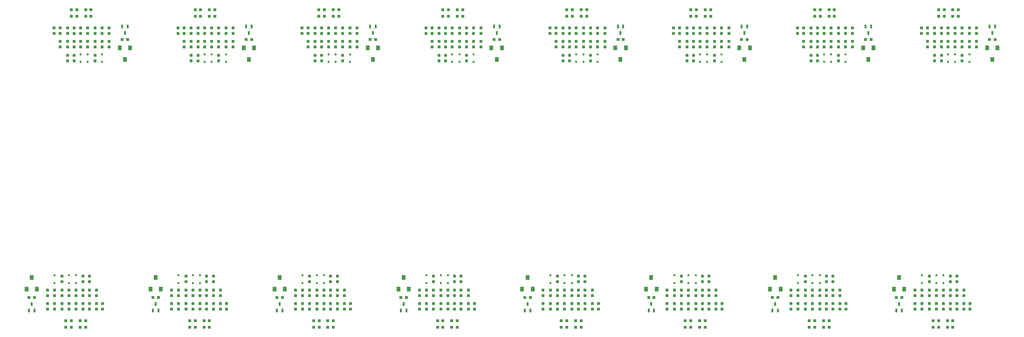
<source format=gbp>
G04 EAGLE Gerber RS-274X export*
G75*
%MOMM*%
%FSLAX34Y34*%
%LPD*%
%INSolderpaste Bottom*%
%IPPOS*%
%AMOC8*
5,1,8,0,0,1.08239X$1,22.5*%
G01*
%ADD10R,0.600000X0.600000*%
%ADD11R,0.400000X0.400000*%
%ADD12R,0.800000X0.900000*%
%ADD13R,0.460000X0.650000*%


D10*
X93011Y128000D03*
X93011Y118000D03*
X80011Y128000D03*
X80011Y118000D03*
X80011Y93000D03*
X80011Y103000D03*
X130011Y143000D03*
X130011Y153000D03*
X93011Y93000D03*
X93011Y103000D03*
X113011Y72000D03*
X123011Y72000D03*
D11*
X106011Y141000D03*
X106011Y155000D03*
X67011Y141000D03*
X67011Y155000D03*
X93011Y155000D03*
X93011Y141000D03*
D10*
X87011Y60000D03*
X97011Y60000D03*
X106011Y93000D03*
X106011Y103000D03*
X130011Y103000D03*
X130011Y93000D03*
X118011Y103000D03*
X118011Y93000D03*
X113011Y60000D03*
X123011Y60000D03*
X97011Y72000D03*
X87011Y72000D03*
X67011Y103000D03*
X67011Y93000D03*
X67011Y118000D03*
X67011Y128000D03*
X54011Y118000D03*
X54011Y128000D03*
X54011Y103000D03*
X54011Y93000D03*
X106011Y118000D03*
X106011Y128000D03*
X80011Y143000D03*
X80011Y153000D03*
X118011Y118000D03*
X118011Y128000D03*
X118011Y143000D03*
X118011Y153000D03*
X130011Y128000D03*
X130011Y118000D03*
X143011Y103000D03*
X143011Y93000D03*
X143011Y128000D03*
X143011Y118000D03*
X154011Y103000D03*
X154011Y93000D03*
D12*
X34911Y129700D03*
X15911Y129700D03*
X25411Y150700D03*
D13*
X30411Y90600D03*
X20411Y90600D03*
X25411Y102100D03*
D10*
X20411Y114300D03*
X30411Y114300D03*
X318080Y128000D03*
X318080Y118000D03*
X305080Y128000D03*
X305080Y118000D03*
X305080Y93000D03*
X305080Y103000D03*
X355080Y143000D03*
X355080Y153000D03*
X318080Y93000D03*
X318080Y103000D03*
X338080Y72000D03*
X348080Y72000D03*
D11*
X331080Y141000D03*
X331080Y155000D03*
X292080Y141000D03*
X292080Y155000D03*
X318080Y155000D03*
X318080Y141000D03*
D10*
X312080Y60000D03*
X322080Y60000D03*
X331080Y93000D03*
X331080Y103000D03*
X355080Y103000D03*
X355080Y93000D03*
X343080Y103000D03*
X343080Y93000D03*
X338080Y60000D03*
X348080Y60000D03*
X322080Y72000D03*
X312080Y72000D03*
X292080Y103000D03*
X292080Y93000D03*
X292080Y118000D03*
X292080Y128000D03*
X279080Y118000D03*
X279080Y128000D03*
X279080Y103000D03*
X279080Y93000D03*
X331080Y118000D03*
X331080Y128000D03*
X305080Y143000D03*
X305080Y153000D03*
X343080Y118000D03*
X343080Y128000D03*
X343080Y143000D03*
X343080Y153000D03*
X355080Y128000D03*
X355080Y118000D03*
X368080Y103000D03*
X368080Y93000D03*
X368080Y128000D03*
X368080Y118000D03*
X379080Y103000D03*
X379080Y93000D03*
D12*
X259980Y129700D03*
X240980Y129700D03*
X250480Y150700D03*
D13*
X255480Y90600D03*
X245480Y90600D03*
X250480Y102100D03*
D10*
X245480Y114300D03*
X255480Y114300D03*
X543175Y128000D03*
X543175Y118000D03*
X530175Y128000D03*
X530175Y118000D03*
X530175Y93000D03*
X530175Y103000D03*
X580175Y143000D03*
X580175Y153000D03*
X543175Y93000D03*
X543175Y103000D03*
X563175Y72000D03*
X573175Y72000D03*
D11*
X556175Y141000D03*
X556175Y155000D03*
X517175Y141000D03*
X517175Y155000D03*
X543175Y155000D03*
X543175Y141000D03*
D10*
X537175Y60000D03*
X547175Y60000D03*
X556175Y93000D03*
X556175Y103000D03*
X580175Y103000D03*
X580175Y93000D03*
X568175Y103000D03*
X568175Y93000D03*
X563175Y60000D03*
X573175Y60000D03*
X547175Y72000D03*
X537175Y72000D03*
X517175Y103000D03*
X517175Y93000D03*
X517175Y118000D03*
X517175Y128000D03*
X504175Y118000D03*
X504175Y128000D03*
X504175Y103000D03*
X504175Y93000D03*
X556175Y118000D03*
X556175Y128000D03*
X530175Y143000D03*
X530175Y153000D03*
X568175Y118000D03*
X568175Y128000D03*
X568175Y143000D03*
X568175Y153000D03*
X580175Y128000D03*
X580175Y118000D03*
X593175Y103000D03*
X593175Y93000D03*
X593175Y128000D03*
X593175Y118000D03*
X604175Y103000D03*
X604175Y93000D03*
D12*
X485075Y129700D03*
X466075Y129700D03*
X475575Y150700D03*
D13*
X480575Y90600D03*
X470575Y90600D03*
X475575Y102100D03*
D10*
X470575Y114300D03*
X480575Y114300D03*
X768244Y128000D03*
X768244Y118000D03*
X755244Y128000D03*
X755244Y118000D03*
X755244Y93000D03*
X755244Y103000D03*
X805244Y143000D03*
X805244Y153000D03*
X768244Y93000D03*
X768244Y103000D03*
X788244Y72000D03*
X798244Y72000D03*
D11*
X781244Y141000D03*
X781244Y155000D03*
X742244Y141000D03*
X742244Y155000D03*
X768244Y155000D03*
X768244Y141000D03*
D10*
X762244Y60000D03*
X772244Y60000D03*
X781244Y93000D03*
X781244Y103000D03*
X805244Y103000D03*
X805244Y93000D03*
X793244Y103000D03*
X793244Y93000D03*
X788244Y60000D03*
X798244Y60000D03*
X772244Y72000D03*
X762244Y72000D03*
X742244Y103000D03*
X742244Y93000D03*
X742244Y118000D03*
X742244Y128000D03*
X729244Y118000D03*
X729244Y128000D03*
X729244Y103000D03*
X729244Y93000D03*
X781244Y118000D03*
X781244Y128000D03*
X755244Y143000D03*
X755244Y153000D03*
X793244Y118000D03*
X793244Y128000D03*
X793244Y143000D03*
X793244Y153000D03*
X805244Y128000D03*
X805244Y118000D03*
X818244Y103000D03*
X818244Y93000D03*
X818244Y128000D03*
X818244Y118000D03*
X829244Y103000D03*
X829244Y93000D03*
D12*
X710144Y129700D03*
X691144Y129700D03*
X700644Y150700D03*
D13*
X705644Y90600D03*
X695644Y90600D03*
X700644Y102100D03*
D10*
X695644Y114300D03*
X705644Y114300D03*
X993339Y128000D03*
X993339Y118000D03*
X980339Y128000D03*
X980339Y118000D03*
X980339Y93000D03*
X980339Y103000D03*
X1030339Y143000D03*
X1030339Y153000D03*
X993339Y93000D03*
X993339Y103000D03*
X1013339Y72000D03*
X1023339Y72000D03*
D11*
X1006339Y141000D03*
X1006339Y155000D03*
X967339Y141000D03*
X967339Y155000D03*
X993339Y155000D03*
X993339Y141000D03*
D10*
X987339Y60000D03*
X997339Y60000D03*
X1006339Y93000D03*
X1006339Y103000D03*
X1030339Y103000D03*
X1030339Y93000D03*
X1018339Y103000D03*
X1018339Y93000D03*
X1013339Y60000D03*
X1023339Y60000D03*
X997339Y72000D03*
X987339Y72000D03*
X967339Y103000D03*
X967339Y93000D03*
X967339Y118000D03*
X967339Y128000D03*
X954339Y118000D03*
X954339Y128000D03*
X954339Y103000D03*
X954339Y93000D03*
X1006339Y118000D03*
X1006339Y128000D03*
X980339Y143000D03*
X980339Y153000D03*
X1018339Y118000D03*
X1018339Y128000D03*
X1018339Y143000D03*
X1018339Y153000D03*
X1030339Y128000D03*
X1030339Y118000D03*
X1043339Y103000D03*
X1043339Y93000D03*
X1043339Y128000D03*
X1043339Y118000D03*
X1054339Y103000D03*
X1054339Y93000D03*
D12*
X935239Y129700D03*
X916239Y129700D03*
X925739Y150700D03*
D13*
X930739Y90600D03*
X920739Y90600D03*
X925739Y102100D03*
D10*
X920739Y114300D03*
X930739Y114300D03*
X1218408Y128000D03*
X1218408Y118000D03*
X1205408Y128000D03*
X1205408Y118000D03*
X1205408Y93000D03*
X1205408Y103000D03*
X1255408Y143000D03*
X1255408Y153000D03*
X1218408Y93000D03*
X1218408Y103000D03*
X1238408Y72000D03*
X1248408Y72000D03*
D11*
X1231408Y141000D03*
X1231408Y155000D03*
X1192408Y141000D03*
X1192408Y155000D03*
X1218408Y155000D03*
X1218408Y141000D03*
D10*
X1212408Y60000D03*
X1222408Y60000D03*
X1231408Y93000D03*
X1231408Y103000D03*
X1255408Y103000D03*
X1255408Y93000D03*
X1243408Y103000D03*
X1243408Y93000D03*
X1238408Y60000D03*
X1248408Y60000D03*
X1222408Y72000D03*
X1212408Y72000D03*
X1192408Y103000D03*
X1192408Y93000D03*
X1192408Y118000D03*
X1192408Y128000D03*
X1179408Y118000D03*
X1179408Y128000D03*
X1179408Y103000D03*
X1179408Y93000D03*
X1231408Y118000D03*
X1231408Y128000D03*
X1205408Y143000D03*
X1205408Y153000D03*
X1243408Y118000D03*
X1243408Y128000D03*
X1243408Y143000D03*
X1243408Y153000D03*
X1255408Y128000D03*
X1255408Y118000D03*
X1268408Y103000D03*
X1268408Y93000D03*
X1268408Y128000D03*
X1268408Y118000D03*
X1279408Y103000D03*
X1279408Y93000D03*
D12*
X1160308Y129700D03*
X1141308Y129700D03*
X1150808Y150700D03*
D13*
X1155808Y90600D03*
X1145808Y90600D03*
X1150808Y102100D03*
D10*
X1145808Y114300D03*
X1155808Y114300D03*
X1443503Y128000D03*
X1443503Y118000D03*
X1430503Y128000D03*
X1430503Y118000D03*
X1430503Y93000D03*
X1430503Y103000D03*
X1480503Y143000D03*
X1480503Y153000D03*
X1443503Y93000D03*
X1443503Y103000D03*
X1463503Y72000D03*
X1473503Y72000D03*
D11*
X1456503Y141000D03*
X1456503Y155000D03*
X1417503Y141000D03*
X1417503Y155000D03*
X1443503Y155000D03*
X1443503Y141000D03*
D10*
X1437503Y60000D03*
X1447503Y60000D03*
X1456503Y93000D03*
X1456503Y103000D03*
X1480503Y103000D03*
X1480503Y93000D03*
X1468503Y103000D03*
X1468503Y93000D03*
X1463503Y60000D03*
X1473503Y60000D03*
X1447503Y72000D03*
X1437503Y72000D03*
X1417503Y103000D03*
X1417503Y93000D03*
X1417503Y118000D03*
X1417503Y128000D03*
X1404503Y118000D03*
X1404503Y128000D03*
X1404503Y103000D03*
X1404503Y93000D03*
X1456503Y118000D03*
X1456503Y128000D03*
X1430503Y143000D03*
X1430503Y153000D03*
X1468503Y118000D03*
X1468503Y128000D03*
X1468503Y143000D03*
X1468503Y153000D03*
X1480503Y128000D03*
X1480503Y118000D03*
X1493503Y103000D03*
X1493503Y93000D03*
X1493503Y128000D03*
X1493503Y118000D03*
X1504503Y103000D03*
X1504503Y93000D03*
D12*
X1385403Y129700D03*
X1366403Y129700D03*
X1375903Y150700D03*
D13*
X1380903Y90600D03*
X1370903Y90600D03*
X1375903Y102100D03*
D10*
X1370903Y114300D03*
X1380903Y114300D03*
X1668573Y128000D03*
X1668573Y118000D03*
X1655573Y128000D03*
X1655573Y118000D03*
X1655573Y93000D03*
X1655573Y103000D03*
X1705573Y143000D03*
X1705573Y153000D03*
X1668573Y93000D03*
X1668573Y103000D03*
X1688573Y72000D03*
X1698573Y72000D03*
D11*
X1681573Y141000D03*
X1681573Y155000D03*
X1642573Y141000D03*
X1642573Y155000D03*
X1668573Y155000D03*
X1668573Y141000D03*
D10*
X1662573Y60000D03*
X1672573Y60000D03*
X1681573Y93000D03*
X1681573Y103000D03*
X1705573Y103000D03*
X1705573Y93000D03*
X1693573Y103000D03*
X1693573Y93000D03*
X1688573Y60000D03*
X1698573Y60000D03*
X1672573Y72000D03*
X1662573Y72000D03*
X1642573Y103000D03*
X1642573Y93000D03*
X1642573Y118000D03*
X1642573Y128000D03*
X1629573Y118000D03*
X1629573Y128000D03*
X1629573Y103000D03*
X1629573Y93000D03*
X1681573Y118000D03*
X1681573Y128000D03*
X1655573Y143000D03*
X1655573Y153000D03*
X1693573Y118000D03*
X1693573Y128000D03*
X1693573Y143000D03*
X1693573Y153000D03*
X1705573Y128000D03*
X1705573Y118000D03*
X1718573Y103000D03*
X1718573Y93000D03*
X1718573Y128000D03*
X1718573Y118000D03*
X1729573Y103000D03*
X1729573Y93000D03*
D12*
X1610473Y129700D03*
X1591473Y129700D03*
X1600973Y150700D03*
D13*
X1605973Y90600D03*
X1595973Y90600D03*
X1600973Y102100D03*
D10*
X1595973Y114300D03*
X1605973Y114300D03*
X126979Y570500D03*
X126979Y580500D03*
X139979Y570500D03*
X139979Y580500D03*
X139979Y605500D03*
X139979Y595500D03*
X89979Y555500D03*
X89979Y545500D03*
X126979Y605500D03*
X126979Y595500D03*
X106979Y626500D03*
X96979Y626500D03*
D11*
X113979Y557500D03*
X113979Y543500D03*
X152979Y557500D03*
X152979Y543500D03*
X126979Y543500D03*
X126979Y557500D03*
D10*
X132979Y638500D03*
X122979Y638500D03*
X113979Y605500D03*
X113979Y595500D03*
X89979Y595500D03*
X89979Y605500D03*
X101979Y595500D03*
X101979Y605500D03*
X106979Y638500D03*
X96979Y638500D03*
X122979Y626500D03*
X132979Y626500D03*
X152979Y595500D03*
X152979Y605500D03*
X152979Y580500D03*
X152979Y570500D03*
X165979Y580500D03*
X165979Y570500D03*
X165979Y595500D03*
X165979Y605500D03*
X113979Y580500D03*
X113979Y570500D03*
X139979Y555500D03*
X139979Y545500D03*
X101979Y580500D03*
X101979Y570500D03*
X101979Y555500D03*
X101979Y545500D03*
X89979Y570500D03*
X89979Y580500D03*
X76979Y595500D03*
X76979Y605500D03*
X76979Y570500D03*
X76979Y580500D03*
X65979Y595500D03*
X65979Y605500D03*
D12*
X185079Y568800D03*
X204079Y568800D03*
X194579Y547800D03*
D13*
X189579Y607900D03*
X199579Y607900D03*
X194579Y596400D03*
D10*
X199579Y584200D03*
X189579Y584200D03*
X352074Y570500D03*
X352074Y580500D03*
X365074Y570500D03*
X365074Y580500D03*
X365074Y605500D03*
X365074Y595500D03*
X315074Y555500D03*
X315074Y545500D03*
X352074Y605500D03*
X352074Y595500D03*
X332074Y626500D03*
X322074Y626500D03*
D11*
X339074Y557500D03*
X339074Y543500D03*
X378074Y557500D03*
X378074Y543500D03*
X352074Y543500D03*
X352074Y557500D03*
D10*
X358074Y638500D03*
X348074Y638500D03*
X339074Y605500D03*
X339074Y595500D03*
X315074Y595500D03*
X315074Y605500D03*
X327074Y595500D03*
X327074Y605500D03*
X332074Y638500D03*
X322074Y638500D03*
X348074Y626500D03*
X358074Y626500D03*
X378074Y595500D03*
X378074Y605500D03*
X378074Y580500D03*
X378074Y570500D03*
X391074Y580500D03*
X391074Y570500D03*
X391074Y595500D03*
X391074Y605500D03*
X339074Y580500D03*
X339074Y570500D03*
X365074Y555500D03*
X365074Y545500D03*
X327074Y580500D03*
X327074Y570500D03*
X327074Y555500D03*
X327074Y545500D03*
X315074Y570500D03*
X315074Y580500D03*
X302074Y595500D03*
X302074Y605500D03*
X302074Y570500D03*
X302074Y580500D03*
X291074Y595500D03*
X291074Y605500D03*
D12*
X410174Y568800D03*
X429174Y568800D03*
X419674Y547800D03*
D13*
X414674Y607900D03*
X424674Y607900D03*
X419674Y596400D03*
D10*
X424674Y584200D03*
X414674Y584200D03*
X577143Y570500D03*
X577143Y580500D03*
X590143Y570500D03*
X590143Y580500D03*
X590143Y605500D03*
X590143Y595500D03*
X540143Y555500D03*
X540143Y545500D03*
X577143Y605500D03*
X577143Y595500D03*
X557143Y626500D03*
X547143Y626500D03*
D11*
X564143Y557500D03*
X564143Y543500D03*
X603143Y557500D03*
X603143Y543500D03*
X577143Y543500D03*
X577143Y557500D03*
D10*
X583143Y638500D03*
X573143Y638500D03*
X564143Y605500D03*
X564143Y595500D03*
X540143Y595500D03*
X540143Y605500D03*
X552143Y595500D03*
X552143Y605500D03*
X557143Y638500D03*
X547143Y638500D03*
X573143Y626500D03*
X583143Y626500D03*
X603143Y595500D03*
X603143Y605500D03*
X603143Y580500D03*
X603143Y570500D03*
X616143Y580500D03*
X616143Y570500D03*
X616143Y595500D03*
X616143Y605500D03*
X564143Y580500D03*
X564143Y570500D03*
X590143Y555500D03*
X590143Y545500D03*
X552143Y580500D03*
X552143Y570500D03*
X552143Y555500D03*
X552143Y545500D03*
X540143Y570500D03*
X540143Y580500D03*
X527143Y595500D03*
X527143Y605500D03*
X527143Y570500D03*
X527143Y580500D03*
X516143Y595500D03*
X516143Y605500D03*
D12*
X635243Y568800D03*
X654243Y568800D03*
X644743Y547800D03*
D13*
X639743Y607900D03*
X649743Y607900D03*
X644743Y596400D03*
D10*
X649743Y584200D03*
X639743Y584200D03*
X802238Y570500D03*
X802238Y580500D03*
X815238Y570500D03*
X815238Y580500D03*
X815238Y605500D03*
X815238Y595500D03*
X765238Y555500D03*
X765238Y545500D03*
X802238Y605500D03*
X802238Y595500D03*
X782238Y626500D03*
X772238Y626500D03*
D11*
X789238Y557500D03*
X789238Y543500D03*
X828238Y557500D03*
X828238Y543500D03*
X802238Y543500D03*
X802238Y557500D03*
D10*
X808238Y638500D03*
X798238Y638500D03*
X789238Y605500D03*
X789238Y595500D03*
X765238Y595500D03*
X765238Y605500D03*
X777238Y595500D03*
X777238Y605500D03*
X782238Y638500D03*
X772238Y638500D03*
X798238Y626500D03*
X808238Y626500D03*
X828238Y595500D03*
X828238Y605500D03*
X828238Y580500D03*
X828238Y570500D03*
X841238Y580500D03*
X841238Y570500D03*
X841238Y595500D03*
X841238Y605500D03*
X789238Y580500D03*
X789238Y570500D03*
X815238Y555500D03*
X815238Y545500D03*
X777238Y580500D03*
X777238Y570500D03*
X777238Y555500D03*
X777238Y545500D03*
X765238Y570500D03*
X765238Y580500D03*
X752238Y595500D03*
X752238Y605500D03*
X752238Y570500D03*
X752238Y580500D03*
X741238Y595500D03*
X741238Y605500D03*
D12*
X860338Y568800D03*
X879338Y568800D03*
X869838Y547800D03*
D13*
X864838Y607900D03*
X874838Y607900D03*
X869838Y596400D03*
D10*
X874838Y584200D03*
X864838Y584200D03*
X1027307Y570500D03*
X1027307Y580500D03*
X1040307Y570500D03*
X1040307Y580500D03*
X1040307Y605500D03*
X1040307Y595500D03*
X990307Y555500D03*
X990307Y545500D03*
X1027307Y605500D03*
X1027307Y595500D03*
X1007307Y626500D03*
X997307Y626500D03*
D11*
X1014307Y557500D03*
X1014307Y543500D03*
X1053307Y557500D03*
X1053307Y543500D03*
X1027307Y543500D03*
X1027307Y557500D03*
D10*
X1033307Y638500D03*
X1023307Y638500D03*
X1014307Y605500D03*
X1014307Y595500D03*
X990307Y595500D03*
X990307Y605500D03*
X1002307Y595500D03*
X1002307Y605500D03*
X1007307Y638500D03*
X997307Y638500D03*
X1023307Y626500D03*
X1033307Y626500D03*
X1053307Y595500D03*
X1053307Y605500D03*
X1053307Y580500D03*
X1053307Y570500D03*
X1066307Y580500D03*
X1066307Y570500D03*
X1066307Y595500D03*
X1066307Y605500D03*
X1014307Y580500D03*
X1014307Y570500D03*
X1040307Y555500D03*
X1040307Y545500D03*
X1002307Y580500D03*
X1002307Y570500D03*
X1002307Y555500D03*
X1002307Y545500D03*
X990307Y570500D03*
X990307Y580500D03*
X977307Y595500D03*
X977307Y605500D03*
X977307Y570500D03*
X977307Y580500D03*
X966307Y595500D03*
X966307Y605500D03*
D12*
X1085407Y568800D03*
X1104407Y568800D03*
X1094907Y547800D03*
D13*
X1089907Y607900D03*
X1099907Y607900D03*
X1094907Y596400D03*
D10*
X1099907Y584200D03*
X1089907Y584200D03*
X1252402Y570500D03*
X1252402Y580500D03*
X1265402Y570500D03*
X1265402Y580500D03*
X1265402Y605500D03*
X1265402Y595500D03*
X1215402Y555500D03*
X1215402Y545500D03*
X1252402Y605500D03*
X1252402Y595500D03*
X1232402Y626500D03*
X1222402Y626500D03*
D11*
X1239402Y557500D03*
X1239402Y543500D03*
X1278402Y557500D03*
X1278402Y543500D03*
X1252402Y543500D03*
X1252402Y557500D03*
D10*
X1258402Y638500D03*
X1248402Y638500D03*
X1239402Y605500D03*
X1239402Y595500D03*
X1215402Y595500D03*
X1215402Y605500D03*
X1227402Y595500D03*
X1227402Y605500D03*
X1232402Y638500D03*
X1222402Y638500D03*
X1248402Y626500D03*
X1258402Y626500D03*
X1278402Y595500D03*
X1278402Y605500D03*
X1278402Y580500D03*
X1278402Y570500D03*
X1291402Y580500D03*
X1291402Y570500D03*
X1291402Y595500D03*
X1291402Y605500D03*
X1239402Y580500D03*
X1239402Y570500D03*
X1265402Y555500D03*
X1265402Y545500D03*
X1227402Y580500D03*
X1227402Y570500D03*
X1227402Y555500D03*
X1227402Y545500D03*
X1215402Y570500D03*
X1215402Y580500D03*
X1202402Y595500D03*
X1202402Y605500D03*
X1202402Y570500D03*
X1202402Y580500D03*
X1191402Y595500D03*
X1191402Y605500D03*
D12*
X1310502Y568800D03*
X1329502Y568800D03*
X1320002Y547800D03*
D13*
X1315002Y607900D03*
X1325002Y607900D03*
X1320002Y596400D03*
D10*
X1325002Y584200D03*
X1315002Y584200D03*
X1477471Y570500D03*
X1477471Y580500D03*
X1490471Y570500D03*
X1490471Y580500D03*
X1490471Y605500D03*
X1490471Y595500D03*
X1440471Y555500D03*
X1440471Y545500D03*
X1477471Y605500D03*
X1477471Y595500D03*
X1457471Y626500D03*
X1447471Y626500D03*
D11*
X1464471Y557500D03*
X1464471Y543500D03*
X1503471Y557500D03*
X1503471Y543500D03*
X1477471Y543500D03*
X1477471Y557500D03*
D10*
X1483471Y638500D03*
X1473471Y638500D03*
X1464471Y605500D03*
X1464471Y595500D03*
X1440471Y595500D03*
X1440471Y605500D03*
X1452471Y595500D03*
X1452471Y605500D03*
X1457471Y638500D03*
X1447471Y638500D03*
X1473471Y626500D03*
X1483471Y626500D03*
X1503471Y595500D03*
X1503471Y605500D03*
X1503471Y580500D03*
X1503471Y570500D03*
X1516471Y580500D03*
X1516471Y570500D03*
X1516471Y595500D03*
X1516471Y605500D03*
X1464471Y580500D03*
X1464471Y570500D03*
X1490471Y555500D03*
X1490471Y545500D03*
X1452471Y580500D03*
X1452471Y570500D03*
X1452471Y555500D03*
X1452471Y545500D03*
X1440471Y570500D03*
X1440471Y580500D03*
X1427471Y595500D03*
X1427471Y605500D03*
X1427471Y570500D03*
X1427471Y580500D03*
X1416471Y595500D03*
X1416471Y605500D03*
D12*
X1535571Y568800D03*
X1554571Y568800D03*
X1545071Y547800D03*
D13*
X1540071Y607900D03*
X1550071Y607900D03*
X1545071Y596400D03*
D10*
X1550071Y584200D03*
X1540071Y584200D03*
X1702541Y570500D03*
X1702541Y580500D03*
X1715541Y570500D03*
X1715541Y580500D03*
X1715541Y605500D03*
X1715541Y595500D03*
X1665541Y555500D03*
X1665541Y545500D03*
X1702541Y605500D03*
X1702541Y595500D03*
X1682541Y626500D03*
X1672541Y626500D03*
D11*
X1689541Y557500D03*
X1689541Y543500D03*
X1728541Y557500D03*
X1728541Y543500D03*
X1702541Y543500D03*
X1702541Y557500D03*
D10*
X1708541Y638500D03*
X1698541Y638500D03*
X1689541Y605500D03*
X1689541Y595500D03*
X1665541Y595500D03*
X1665541Y605500D03*
X1677541Y595500D03*
X1677541Y605500D03*
X1682541Y638500D03*
X1672541Y638500D03*
X1698541Y626500D03*
X1708541Y626500D03*
X1728541Y595500D03*
X1728541Y605500D03*
X1728541Y580500D03*
X1728541Y570500D03*
X1741541Y580500D03*
X1741541Y570500D03*
X1741541Y595500D03*
X1741541Y605500D03*
X1689541Y580500D03*
X1689541Y570500D03*
X1715541Y555500D03*
X1715541Y545500D03*
X1677541Y580500D03*
X1677541Y570500D03*
X1677541Y555500D03*
X1677541Y545500D03*
X1665541Y570500D03*
X1665541Y580500D03*
X1652541Y595500D03*
X1652541Y605500D03*
X1652541Y570500D03*
X1652541Y580500D03*
X1641541Y595500D03*
X1641541Y605500D03*
D12*
X1760641Y568800D03*
X1779641Y568800D03*
X1770141Y547800D03*
D13*
X1765141Y607900D03*
X1775141Y607900D03*
X1770141Y596400D03*
D10*
X1775141Y584200D03*
X1765141Y584200D03*
M02*

</source>
